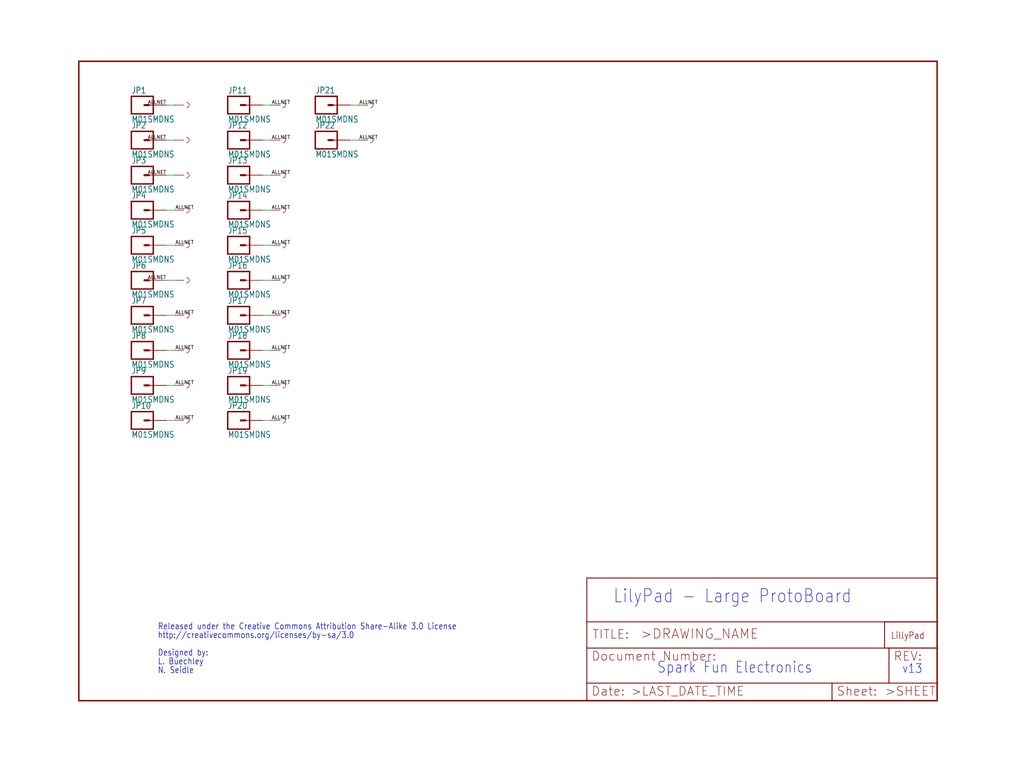
<source format=kicad_sch>
(kicad_sch (version 20211123) (generator eeschema)
  (paper "User" 297.002 223.926)
  (lib_symbols
    (symbol "eagleSchem-eagle-import:FRAME-LETTER"
      (symbol "FRAME-LETTER_1_0"
        (polyline (pts (xy 0 0) (xy 248.92 0)) (stroke (width 0.4064)))
        (polyline (pts (xy 0 185.42) (xy 0 0)) (stroke (width 0.4064)))
        (polyline (pts (xy 0 185.42) (xy 248.92 185.42)) (stroke (width 0.4064)))
        (polyline (pts (xy 248.92 185.42) (xy 248.92 0)) (stroke (width 0.4064)))
      )
      (symbol "FRAME-LETTER_2_0"
        (polyline (pts (xy 0 0) (xy 0 5.08)) (stroke (width 0.254)))
        (polyline (pts (xy 0 0) (xy 71.12 0)) (stroke (width 0.254)))
        (polyline (pts (xy 0 5.08) (xy 0 15.24)) (stroke (width 0.254)))
        (polyline (pts (xy 0 5.08) (xy 71.12 5.08)) (stroke (width 0.254)))
        (polyline (pts (xy 0 15.24) (xy 0 22.86)) (stroke (width 0.254)))
        (polyline (pts (xy 0 22.86) (xy 0 35.56)) (stroke (width 0.254)))
        (polyline (pts (xy 0 22.86) (xy 101.6 22.86)) (stroke (width 0.254)))
        (polyline (pts (xy 71.12 0) (xy 101.6 0)) (stroke (width 0.254)))
        (polyline (pts (xy 71.12 5.08) (xy 71.12 0)) (stroke (width 0.254)))
        (polyline (pts (xy 71.12 5.08) (xy 87.63 5.08)) (stroke (width 0.254)))
        (polyline (pts (xy 87.63 5.08) (xy 101.6 5.08)) (stroke (width 0.254)))
        (polyline (pts (xy 87.63 15.24) (xy 0 15.24)) (stroke (width 0.254)))
        (polyline (pts (xy 87.63 15.24) (xy 87.63 5.08)) (stroke (width 0.254)))
        (polyline (pts (xy 101.6 5.08) (xy 101.6 0)) (stroke (width 0.254)))
        (polyline (pts (xy 101.6 15.24) (xy 87.63 15.24)) (stroke (width 0.254)))
        (polyline (pts (xy 101.6 15.24) (xy 101.6 5.08)) (stroke (width 0.254)))
        (polyline (pts (xy 101.6 22.86) (xy 101.6 15.24)) (stroke (width 0.254)))
        (polyline (pts (xy 101.6 35.56) (xy 0 35.56)) (stroke (width 0.254)))
        (polyline (pts (xy 101.6 35.56) (xy 101.6 22.86)) (stroke (width 0.254)))
        (text ">DRAWING_NAME" (at 15.494 17.78 0) (effects (font (size 2.7432 2.7432)) (justify left bottom)))
        (text ">LAST_DATE_TIME" (at 12.7 1.27 0) (effects (font (size 2.54 2.54)) (justify left bottom)))
        (text ">SHEET" (at 86.36 1.27 0) (effects (font (size 2.54 2.54)) (justify left bottom)))
        (text "Date:" (at 1.27 1.27 0) (effects (font (size 2.54 2.54)) (justify left bottom)))
        (text "Document Number:" (at 1.27 11.43 0) (effects (font (size 2.54 2.54)) (justify left bottom)))
        (text "REV:" (at 88.9 11.43 0) (effects (font (size 2.54 2.54)) (justify left bottom)))
        (text "Sheet:" (at 72.39 1.27 0) (effects (font (size 2.54 2.54)) (justify left bottom)))
        (text "TITLE:" (at 1.524 17.78 0) (effects (font (size 2.54 2.54)) (justify left bottom)))
      )
    )
    (symbol "eagleSchem-eagle-import:LOGO-LPL"
      (symbol "LOGO-LPL_1_0"
        (polyline (pts (xy -2.54 -2.54) (xy 12.7 -2.54)) (stroke (width 0.254)))
        (polyline (pts (xy -2.54 5.08) (xy -2.54 -2.54)) (stroke (width 0.254)))
        (polyline (pts (xy 12.7 -2.54) (xy 12.7 5.08)) (stroke (width 0.254)))
        (polyline (pts (xy 12.7 5.08) (xy -2.54 5.08)) (stroke (width 0.254)))
        (text "LillyPad" (at -0.762 0 0) (effects (font (size 1.9304 1.6408)) (justify left bottom)))
      )
    )
    (symbol "eagleSchem-eagle-import:M01SMDNS"
      (property "Reference" "JP" (at -2.54 3.302 0))
      (property "Value" "M01SMDNS" (at -2.54 -5.08 0))
      (symbol "M01SMDNS_1_0"
        (polyline (pts (xy -2.54 2.54) (xy -2.54 -2.54)) (stroke (width 0.4064)))
        (polyline (pts (xy -2.54 2.54) (xy 3.81 2.54)) (stroke (width 0.4064)))
        (polyline (pts (xy 1.27 0) (xy 2.54 0)) (stroke (width 0.6096)))
        (polyline (pts (xy 3.81 -2.54) (xy -2.54 -2.54)) (stroke (width 0.4064)))
        (polyline (pts (xy 3.81 -2.54) (xy 3.81 2.54)) (stroke (width 0.4064)))
        (pin passive line (at 7.62 0 180) (length 5.08) (name "1") (number "1"))
      )
    )
    (symbol "eagleSchem-eagle-import:SEWTAP9"
      (symbol "SEWTAP9_1_0"
        (polyline (pts (xy 0 0) (xy -2.54 0)) (stroke (width 0.1524)))
        (arc (start 0.762 -0.762) (mid 1.524 0) (end 0.762 0.762) (stroke (width 0.1524)))
        (pin bidirectional line (at -2.54 0 180) (length 0) (name "1") (number "1"))
      )
    )
  )
  (wire (pts (xy 50.8 71.12) (xy 48.26 71.12)))
  (wire (pts (xy 50.8 121.92) (xy 48.26 121.92)))
  (wire (pts (xy 48.26 30.48) (xy 50.8 30.48)))
  (wire (pts (xy 78.74 60.96) (xy 76.2 60.96)))
  (wire (pts (xy 50.8 111.76) (xy 48.26 111.76)))
  (wire (pts (xy 50.8 60.96) (xy 48.26 60.96)))
  (wire (pts (xy 78.74 81.28) (xy 76.2 81.28)))
  (wire (pts (xy 78.74 121.92) (xy 76.2 121.92)))
  (wire (pts (xy 78.74 101.6) (xy 76.2 101.6)))
  (wire (pts (xy 104.14 30.48) (xy 101.6 30.48)))
  (wire (pts (xy 78.74 40.64) (xy 76.2 40.64)))
  (wire (pts (xy 78.74 50.8) (xy 76.2 50.8)))
  (wire (pts (xy 50.8 91.44) (xy 48.26 91.44)))
  (wire (pts (xy 78.74 71.12) (xy 76.2 71.12)))
  (wire (pts (xy 104.14 40.64) (xy 101.6 40.64)))
  (wire (pts (xy 48.26 50.8) (xy 50.8 50.8)))
  (wire (pts (xy 78.74 91.44) (xy 76.2 91.44)))
  (wire (pts (xy 48.26 40.64) (xy 50.8 40.64)))
  (wire (pts (xy 78.74 111.76) (xy 76.2 111.76)))
  (wire (pts (xy 48.26 81.28) (xy 50.8 81.28)))
  (wire (pts (xy 78.74 30.48) (xy 76.2 30.48)))
  (wire (pts (xy 50.8 101.6) (xy 48.26 101.6)))
  (text "Released under the Creative Commons Attribution Share-Alike 3.0 License" (at 45.72 182.88 0) (effects (font (size 1.778 1.5113)) (justify left bottom)))
  (text "N. Seidle" (at 45.72 195.58 180) (effects (font (size 1.778 1.5113)) (justify left bottom)))
  (text "L. Buechley" (at 45.72 193.04 180) (effects (font (size 1.778 1.5113)) (justify left bottom)))
  (text "LilyPad - Large ProtoBoard" (at 177.8 175.26 180) (effects (font (size 3.81 3.2385)) (justify left bottom)))
  (text "Designed by:" (at 45.72 190.5 180) (effects (font (size 1.778 1.5113)) (justify left bottom)))
  (text "Spark Fun Electronics" (at 190.5 195.58 180) (effects (font (size 3.175 2.6987)) (justify left bottom)))
  (text "v13" (at 261.62 195.58 180) (effects (font (size 2.54 2.159)) (justify left bottom)))
  (text "http://creativecommons.org/licenses/by-sa/3.0" (at 45.72 185.42 180) (effects (font (size 1.778 1.5113)) (justify left bottom)))
  (label "ALLNET" (at 48.26 50.8 180) (effects (font (size 1.016 1.016))))
  (label "ALLNET" (at 78.74 81.28 0) (effects (font (size 1.016 1.016))))
  (label "ALLNET" (at 104.14 40.64 0) (effects (font (size 1.016 1.016))))
  (label "ALLNET" (at 78.74 91.44 0) (effects (font (size 1.016 1.016))))
  (label "ALLNET" (at 78.74 121.92 0) (effects (font (size 1.016 1.016))))
  (label "ALLNET" (at 50.8 71.12 0) (effects (font (size 1.016 1.016))))
  (label "ALLNET" (at 78.74 40.64 0) (effects (font (size 1.016 1.016))))
  (label "ALLNET" (at 50.8 101.6 0) (effects (font (size 1.016 1.016))))
  (label "ALLNET" (at 78.74 111.76 0) (effects (font (size 1.016 1.016))))
  (label "ALLNET" (at 48.26 81.28 180) (effects (font (size 1.016 1.016))))
  (label "ALLNET" (at 50.8 60.96 0) (effects (font (size 1.016 1.016))))
  (label "ALLNET" (at 50.8 121.92 0) (effects (font (size 1.016 1.016))))
  (label "ALLNET" (at 78.74 60.96 0) (effects (font (size 1.016 1.016))))
  (label "ALLNET" (at 50.8 111.76 0) (effects (font (size 1.016 1.016))))
  (label "ALLNET" (at 78.74 71.12 0) (effects (font (size 1.016 1.016))))
  (label "ALLNET" (at 104.14 30.48 0) (effects (font (size 1.016 1.016))))
  (label "ALLNET" (at 78.74 30.48 0) (effects (font (size 1.016 1.016))))
  (label "ALLNET" (at 78.74 50.8 0) (effects (font (size 1.016 1.016))))
  (label "ALLNET" (at 48.26 40.64 180) (effects (font (size 1.016 1.016))))
  (label "ALLNET" (at 78.74 101.6 0) (effects (font (size 1.016 1.016))))
  (label "ALLNET" (at 50.8 91.44 0) (effects (font (size 1.016 1.016))))
  (label "ALLNET" (at 48.26 30.48 180) (effects (font (size 1.016 1.016))))
  (symbol (lib_id "eagleSchem-eagle-import:SEWTAP9") (at 53.34 50.8 0) (unit 1)
    (property "Reference" "U$31" (effects hide))
    (property "Value" "SEWTAP9" (effects hide))
    (property "Footprint" "eagleSchem:PETAL-LONG-1-2SIDE" (effects hide))
  )
  (symbol (lib_id "eagleSchem-eagle-import:SEWTAP9") (at 81.28 121.92 0) (unit 1)
    (property "Reference" "U$40" (effects hide))
    (property "Value" "SEWTAP9" (effects hide))
    (property "Footprint" "eagleSchem:PETAL-LONG-1-2SIDE" (effects hide))
  )
  (symbol (lib_id "eagleSchem-eagle-import:M01SMDNS") (at 40.64 101.6 0) (unit 1)
    (property "Reference" "JP8" (at 38.1 98.298 0) (effects (font (size 1.778 1.5113)) (justify left bottom)))
    (property "Value" "M01SMDNS" (at 38.1 106.68 0) (effects (font (size 1.778 1.5113)) (justify left bottom)))
    (property "Footprint" "eagleSchem:1X01NS" (effects hide))
  )
  (symbol (lib_id "eagleSchem-eagle-import:SEWTAP9") (at 53.34 81.28 0) (unit 1)
    (property "Reference" "U$34" (effects hide))
    (property "Value" "SEWTAP9" (effects hide))
    (property "Footprint" "eagleSchem:PETAL-LONG-1-2SIDE" (effects hide))
  )
  (symbol (lib_id "eagleSchem-eagle-import:LOGO-LPL") (at 259.08 185.42 0) (unit 1)
    (property "Reference" "U$2" (effects hide))
    (property "Value" "LOGO-LPL" (effects hide))
    (property "Footprint" "eagleSchem:LOGO-L" (effects hide))
  )
  (symbol (lib_id "eagleSchem-eagle-import:SEWTAP9") (at 53.34 111.76 0) (unit 1)
    (property "Reference" "U$45" (effects hide))
    (property "Value" "SEWTAP9" (effects hide))
    (property "Footprint" "eagleSchem:PETAL-LONG-1-2SIDE" (effects hide))
  )
  (symbol (lib_id "eagleSchem-eagle-import:SEWTAP9") (at 81.28 101.6 0) (unit 1)
    (property "Reference" "U$38" (effects hide))
    (property "Value" "SEWTAP9" (effects hide))
    (property "Footprint" "eagleSchem:PETAL-LONG-1-2SIDE" (effects hide))
  )
  (symbol (lib_id "eagleSchem-eagle-import:M01SMDNS") (at 40.64 71.12 0) (unit 1)
    (property "Reference" "JP5" (at 38.1 67.818 0) (effects (font (size 1.778 1.5113)) (justify left bottom)))
    (property "Value" "M01SMDNS" (at 38.1 76.2 0) (effects (font (size 1.778 1.5113)) (justify left bottom)))
    (property "Footprint" "eagleSchem:1X01NS" (effects hide))
  )
  (symbol (lib_id "eagleSchem-eagle-import:M01SMDNS") (at 68.58 81.28 0) (unit 1)
    (property "Reference" "JP16" (at 66.04 77.978 0) (effects (font (size 1.778 1.5113)) (justify left bottom)))
    (property "Value" "M01SMDNS" (at 66.04 86.36 0) (effects (font (size 1.778 1.5113)) (justify left bottom)))
    (property "Footprint" "eagleSchem:1X01NS" (effects hide))
  )
  (symbol (lib_id "eagleSchem-eagle-import:SEWTAP9") (at 81.28 81.28 0) (unit 1)
    (property "Reference" "U$36" (effects hide))
    (property "Value" "SEWTAP9" (effects hide))
    (property "Footprint" "eagleSchem:PETAL-LONG-1-2SIDE" (effects hide))
  )
  (symbol (lib_id "eagleSchem-eagle-import:SEWTAP9") (at 81.28 71.12 0) (unit 1)
    (property "Reference" "U$35" (effects hide))
    (property "Value" "SEWTAP9" (effects hide))
    (property "Footprint" "eagleSchem:PETAL-LONG-1-2SIDE" (effects hide))
  )
  (symbol (lib_id "eagleSchem-eagle-import:M01SMDNS") (at 68.58 40.64 0) (unit 1)
    (property "Reference" "JP12" (at 66.04 37.338 0) (effects (font (size 1.778 1.5113)) (justify left bottom)))
    (property "Value" "M01SMDNS" (at 66.04 45.72 0) (effects (font (size 1.778 1.5113)) (justify left bottom)))
    (property "Footprint" "eagleSchem:1X01NS" (effects hide))
  )
  (symbol (lib_id "eagleSchem-eagle-import:FRAME-LETTER") (at 22.86 203.2 0) (unit 1)
    (property "Reference" "#FRAME1" (effects hide))
    (property "Value" "FRAME-LETTER" (effects hide))
    (property "Footprint" "eagleSchem:" (effects hide))
  )
  (symbol (lib_id "eagleSchem-eagle-import:SEWTAP9") (at 81.28 30.48 0) (unit 1)
    (property "Reference" "U$43" (effects hide))
    (property "Value" "SEWTAP9" (effects hide))
    (property "Footprint" "eagleSchem:PETAL-LONG-1-2SIDE" (effects hide))
  )
  (symbol (lib_id "eagleSchem-eagle-import:M01SMDNS") (at 68.58 60.96 0) (unit 1)
    (property "Reference" "JP14" (at 66.04 57.658 0) (effects (font (size 1.778 1.5113)) (justify left bottom)))
    (property "Value" "M01SMDNS" (at 66.04 66.04 0) (effects (font (size 1.778 1.5113)) (justify left bottom)))
    (property "Footprint" "eagleSchem:1X01NS" (effects hide))
  )
  (symbol (lib_id "eagleSchem-eagle-import:M01SMDNS") (at 68.58 111.76 0) (unit 1)
    (property "Reference" "JP19" (at 66.04 108.458 0) (effects (font (size 1.778 1.5113)) (justify left bottom)))
    (property "Value" "M01SMDNS" (at 66.04 116.84 0) (effects (font (size 1.778 1.5113)) (justify left bottom)))
    (property "Footprint" "eagleSchem:1X01NS" (effects hide))
  )
  (symbol (lib_id "eagleSchem-eagle-import:SEWTAP9") (at 53.34 40.64 0) (unit 1)
    (property "Reference" "U$30" (effects hide))
    (property "Value" "SEWTAP9" (effects hide))
    (property "Footprint" "eagleSchem:PETAL-LONG-1-2SIDE" (effects hide))
  )
  (symbol (lib_id "eagleSchem-eagle-import:M01SMDNS") (at 40.64 40.64 0) (unit 1)
    (property "Reference" "JP2" (at 38.1 37.338 0) (effects (font (size 1.778 1.5113)) (justify left bottom)))
    (property "Value" "M01SMDNS" (at 38.1 45.72 0) (effects (font (size 1.778 1.5113)) (justify left bottom)))
    (property "Footprint" "eagleSchem:1X01NS" (effects hide))
  )
  (symbol (lib_id "eagleSchem-eagle-import:M01SMDNS") (at 40.64 30.48 0) (unit 1)
    (property "Reference" "JP1" (at 38.1 27.178 0) (effects (font (size 1.778 1.5113)) (justify left bottom)))
    (property "Value" "M01SMDNS" (at 38.1 35.56 0) (effects (font (size 1.778 1.5113)) (justify left bottom)))
    (property "Footprint" "eagleSchem:1X01NS" (effects hide))
  )
  (symbol (lib_id "eagleSchem-eagle-import:M01SMDNS") (at 68.58 50.8 0) (unit 1)
    (property "Reference" "JP13" (at 66.04 47.498 0) (effects (font (size 1.778 1.5113)) (justify left bottom)))
    (property "Value" "M01SMDNS" (at 66.04 55.88 0) (effects (font (size 1.778 1.5113)) (justify left bottom)))
    (property "Footprint" "eagleSchem:1X01NS" (effects hide))
  )
  (symbol (lib_id "eagleSchem-eagle-import:M01SMDNS") (at 40.64 91.44 0) (unit 1)
    (property "Reference" "JP7" (at 38.1 88.138 0) (effects (font (size 1.778 1.5113)) (justify left bottom)))
    (property "Value" "M01SMDNS" (at 38.1 96.52 0) (effects (font (size 1.778 1.5113)) (justify left bottom)))
    (property "Footprint" "eagleSchem:1X01NS" (effects hide))
  )
  (symbol (lib_id "eagleSchem-eagle-import:M01SMDNS") (at 40.64 60.96 0) (unit 1)
    (property "Reference" "JP4" (at 38.1 57.658 0) (effects (font (size 1.778 1.5113)) (justify left bottom)))
    (property "Value" "M01SMDNS" (at 38.1 66.04 0) (effects (font (size 1.778 1.5113)) (justify left bottom)))
    (property "Footprint" "eagleSchem:1X01NS" (effects hide))
  )
  (symbol (lib_id "eagleSchem-eagle-import:FRAME-LETTER") (at 170.18 203.2 0) (unit 2)
    (property "Reference" "#FRAME1" (effects hide))
    (property "Value" "FRAME-LETTER" (effects hide))
    (property "Footprint" "eagleSchem:" (effects hide))
  )
  (symbol (lib_id "eagleSchem-eagle-import:SEWTAP9") (at 53.34 60.96 0) (unit 1)
    (property "Reference" "U$32" (effects hide))
    (property "Value" "SEWTAP9" (effects hide))
    (property "Footprint" "eagleSchem:PETAL-LONG-1-2SIDE" (effects hide))
  )
  (symbol (lib_id "eagleSchem-eagle-import:M01SMDNS") (at 68.58 91.44 0) (unit 1)
    (property "Reference" "JP17" (at 66.04 88.138 0) (effects (font (size 1.778 1.5113)) (justify left bottom)))
    (property "Value" "M01SMDNS" (at 66.04 96.52 0) (effects (font (size 1.778 1.5113)) (justify left bottom)))
    (property "Footprint" "eagleSchem:1X01NS" (effects hide))
  )
  (symbol (lib_id "eagleSchem-eagle-import:M01SMDNS") (at 93.98 40.64 0) (unit 1)
    (property "Reference" "JP22" (at 91.44 37.338 0) (effects (font (size 1.778 1.5113)) (justify left bottom)))
    (property "Value" "M01SMDNS" (at 91.44 45.72 0) (effects (font (size 1.778 1.5113)) (justify left bottom)))
    (property "Footprint" "eagleSchem:1X01NS" (effects hide))
  )
  (symbol (lib_id "eagleSchem-eagle-import:SEWTAP9") (at 53.34 121.92 0) (unit 1)
    (property "Reference" "U$44" (effects hide))
    (property "Value" "SEWTAP9" (effects hide))
    (property "Footprint" "eagleSchem:PETAL-LONG-1-2SIDE" (effects hide))
  )
  (symbol (lib_id "eagleSchem-eagle-import:SEWTAP9") (at 81.28 40.64 0) (unit 1)
    (property "Reference" "U$42" (effects hide))
    (property "Value" "SEWTAP9" (effects hide))
    (property "Footprint" "eagleSchem:PETAL-LONG-1-2SIDE" (effects hide))
  )
  (symbol (lib_id "eagleSchem-eagle-import:SEWTAP9") (at 53.34 101.6 0) (unit 1)
    (property "Reference" "U$46" (effects hide))
    (property "Value" "SEWTAP9" (effects hide))
    (property "Footprint" "eagleSchem:PETAL-LONG-1-2SIDE" (effects hide))
  )
  (symbol (lib_id "eagleSchem-eagle-import:M01SMDNS") (at 68.58 101.6 0) (unit 1)
    (property "Reference" "JP18" (at 66.04 98.298 0) (effects (font (size 1.778 1.5113)) (justify left bottom)))
    (property "Value" "M01SMDNS" (at 66.04 106.68 0) (effects (font (size 1.778 1.5113)) (justify left bottom)))
    (property "Footprint" "eagleSchem:1X01NS" (effects hide))
  )
  (symbol (lib_id "eagleSchem-eagle-import:SEWTAP9") (at 106.68 40.64 0) (unit 1)
    (property "Reference" "U$51" (effects hide))
    (property "Value" "SEWTAP9" (effects hide))
    (property "Footprint" "eagleSchem:PETAL-LONG-1-2SIDE" (effects hide))
  )
  (symbol (lib_id "eagleSchem-eagle-import:SEWTAP9") (at 81.28 60.96 0) (unit 1)
    (property "Reference" "U$48" (effects hide))
    (property "Value" "SEWTAP9" (effects hide))
    (property "Footprint" "eagleSchem:PETAL-LONG-1-2SIDE" (effects hide))
  )
  (symbol (lib_id "eagleSchem-eagle-import:M01SMDNS") (at 68.58 71.12 0) (unit 1)
    (property "Reference" "JP15" (at 66.04 67.818 0) (effects (font (size 1.778 1.5113)) (justify left bottom)))
    (property "Value" "M01SMDNS" (at 66.04 76.2 0) (effects (font (size 1.778 1.5113)) (justify left bottom)))
    (property "Footprint" "eagleSchem:1X01NS" (effects hide))
  )
  (symbol (lib_id "eagleSchem-eagle-import:M01SMDNS") (at 93.98 30.48 0) (unit 1)
    (property "Reference" "JP21" (at 91.44 27.178 0) (effects (font (size 1.778 1.5113)) (justify left bottom)))
    (property "Value" "M01SMDNS" (at 91.44 35.56 0) (effects (font (size 1.778 1.5113)) (justify left bottom)))
    (property "Footprint" "eagleSchem:1X01NS" (effects hide))
  )
  (symbol (lib_id "eagleSchem-eagle-import:SEWTAP9") (at 81.28 111.76 0) (unit 1)
    (property "Reference" "U$39" (effects hide))
    (property "Value" "SEWTAP9" (effects hide))
    (property "Footprint" "eagleSchem:PETAL-LONG-1-2SIDE" (effects hide))
  )
  (symbol (lib_id "eagleSchem-eagle-import:SEWTAP9") (at 81.28 50.8 0) (unit 1)
    (property "Reference" "U$41" (effects hide))
    (property "Value" "SEWTAP9" (effects hide))
    (property "Footprint" "eagleSchem:PETAL-LONG-1-2SIDE" (effects hide))
  )
  (symbol (lib_id "eagleSchem-eagle-import:SEWTAP9") (at 106.68 30.48 0) (unit 1)
    (property "Reference" "GND0" (effects hide))
    (property "Value" "SEWTAP9" (effects hide))
    (property "Footprint" "eagleSchem:PETAL-LONG-1-2SIDE" (effects hide))
  )
  (symbol (lib_id "eagleSchem-eagle-import:SEWTAP9") (at 53.34 91.44 0) (unit 1)
    (property "Reference" "U$47" (effects hide))
    (property "Value" "SEWTAP9" (effects hide))
    (property "Footprint" "eagleSchem:PETAL-LONG-1-2SIDE" (effects hide))
  )
  (symbol (lib_id "eagleSchem-eagle-import:M01SMDNS") (at 40.64 81.28 0) (unit 1)
    (property "Reference" "JP6" (at 38.1 77.978 0) (effects (font (size 1.778 1.5113)) (justify left bottom)))
    (property "Value" "M01SMDNS" (at 38.1 86.36 0) (effects (font (size 1.778 1.5113)) (justify left bottom)))
    (property "Footprint" "eagleSchem:1X01NS" (effects hide))
  )
  (symbol (lib_id "eagleSchem-eagle-import:SEWTAP9") (at 53.34 71.12 0) (unit 1)
    (property "Reference" "U$33" (effects hide))
    (property "Value" "SEWTAP9" (effects hide))
    (property "Footprint" "eagleSchem:PETAL-LONG-1-2SIDE" (effects hide))
  )
  (symbol (lib_id "eagleSchem-eagle-import:M01SMDNS") (at 40.64 50.8 0) (unit 1)
    (property "Reference" "JP3" (at 38.1 47.498 0) (effects (font (size 1.778 1.5113)) (justify left bottom)))
    (property "Value" "M01SMDNS" (at 38.1 55.88 0) (effects (font (size 1.778 1.5113)) (justify left bottom)))
    (property "Footprint" "eagleSchem:1X01NS" (effects hide))
  )
  (symbol (lib_id "eagleSchem-eagle-import:SEWTAP9") (at 81.28 91.44 0) (unit 1)
    (property "Reference" "U$37" (effects hide))
    (property "Value" "SEWTAP9" (effects hide))
    (property "Footprint" "eagleSchem:PETAL-LONG-1-2SIDE" (effects hide))
  )
  (symbol (lib_id "eagleSchem-eagle-import:M01SMDNS") (at 40.64 111.76 0) (unit 1)
    (property "Reference" "JP9" (at 38.1 108.458 0) (effects (font (size 1.778 1.5113)) (justify left bottom)))
    (property "Value" "M01SMDNS" (at 38.1 116.84 0) (effects (font (size 1.778 1.5113)) (justify left bottom)))
    (property "Footprint" "eagleSchem:1X01NS" (effects hide))
  )
  (symbol (lib_id "eagleSchem-eagle-import:M01SMDNS") (at 68.58 121.92 0) (unit 1)
    (property "Reference" "JP20" (at 66.04 118.618 0) (effects (font (size 1.778 1.5113)) (justify left bottom)))
    (property "Value" "M01SMDNS" (at 66.04 127 0) (effects (font (size 1.778 1.5113)) (justify left bottom)))
    (property "Footprint" "eagleSchem:1X01NS" (effects hide))
  )
  (symbol (lib_id "eagleSchem-eagle-import:SEWTAP9") (at 53.34 30.48 0) (unit 1)
    (property "Reference" "U$4" (effects hide))
    (property "Value" "SEWTAP9" (effects hide))
    (property "Footprint" "eagleSchem:PETAL-LONG-1-2SIDE" (effects hide))
  )
  (symbol (lib_id "eagleSchem-eagle-import:M01SMDNS") (at 68.58 30.48 0) (unit 1)
    (property "Reference" "JP11" (at 66.04 27.178 0) (effects (font (size 1.778 1.5113)) (justify left bottom)))
    (property "Value" "M01SMDNS" (at 66.04 35.56 0) (effects (font (size 1.778 1.5113)) (justify left bottom)))
    (property "Footprint" "eagleSchem:1X01NS" (effects hide))
  )
  (symbol (lib_id "eagleSchem-eagle-import:M01SMDNS") (at 40.64 121.92 0) (unit 1)
    (property "Reference" "JP10" (at 38.1 118.618 0) (effects (font (size 1.778 1.5113)) (justify left bottom)))
    (property "Value" "M01SMDNS" (at 38.1 127 0) (effects (font (size 1.778 1.5113)) (justify left bottom)))
    (property "Footprint" "eagleSchem:1X01NS" (effects hide))
  )
)
</source>
